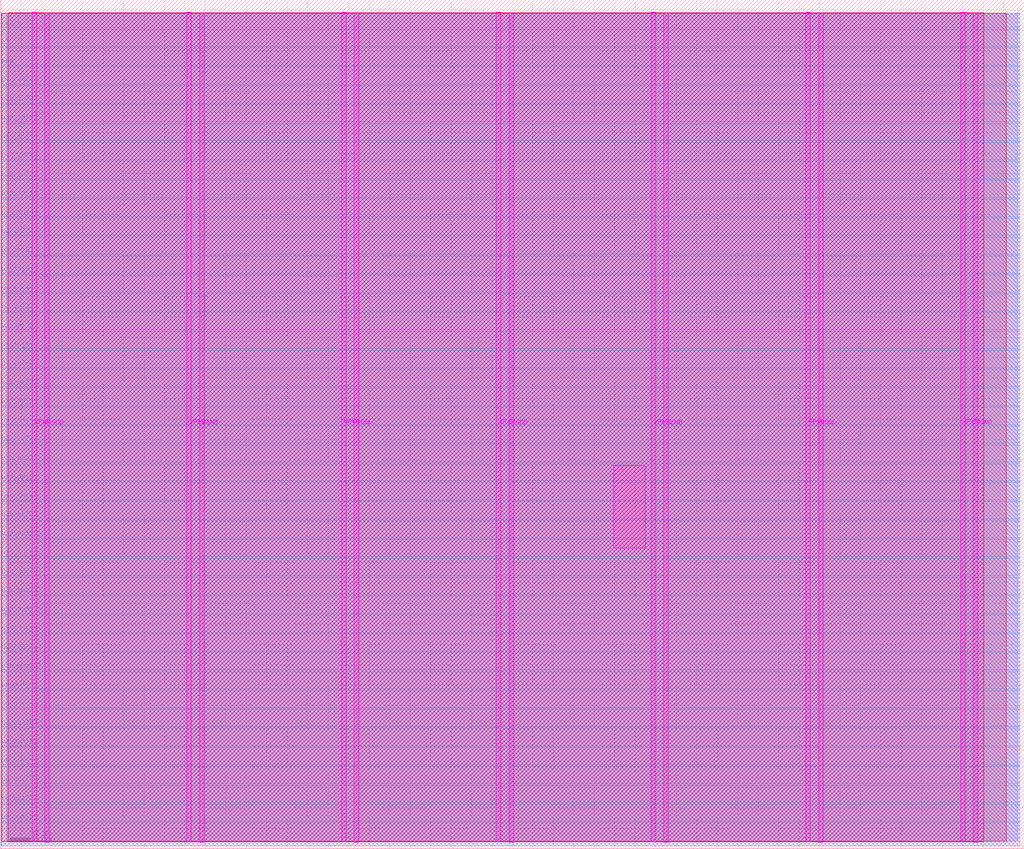
<source format=lef>
VERSION 5.7 ;
  NOWIREEXTENSIONATPIN ON ;
  DIVIDERCHAR "/" ;
  BUSBITCHARS "[]" ;
MACRO heichips25_fazyrv_exotiny
  CLASS BLOCK ;
  FOREIGN heichips25_fazyrv_exotiny ;
  ORIGIN 0.000 0.000 ;
  SIZE 500.000 BY 415.000 ;
  PIN VGND
    DIRECTION INOUT ;
    USE GROUND ;
    PORT
      LAYER TopMetal1 ;
        RECT 21.580 3.150 23.780 408.460 ;
    END
    PORT
      LAYER TopMetal1 ;
        RECT 97.180 3.150 99.380 408.460 ;
    END
    PORT
      LAYER TopMetal1 ;
        RECT 172.780 3.150 174.980 408.460 ;
    END
    PORT
      LAYER TopMetal1 ;
        RECT 248.380 3.150 250.580 408.460 ;
    END
    PORT
      LAYER TopMetal1 ;
        RECT 323.980 3.150 326.180 408.460 ;
    END
    PORT
      LAYER TopMetal1 ;
        RECT 399.580 3.150 401.780 408.460 ;
    END
    PORT
      LAYER TopMetal1 ;
        RECT 475.180 3.150 477.380 408.460 ;
    END
  END VGND
  PIN VPWR
    DIRECTION INOUT ;
    USE POWER ;
    PORT
      LAYER TopMetal1 ;
        RECT 15.380 3.560 17.580 408.870 ;
    END
    PORT
      LAYER TopMetal1 ;
        RECT 90.980 3.560 93.180 408.870 ;
    END
    PORT
      LAYER TopMetal1 ;
        RECT 166.580 3.560 168.780 408.870 ;
    END
    PORT
      LAYER TopMetal1 ;
        RECT 242.180 3.560 244.380 408.870 ;
    END
    PORT
      LAYER TopMetal1 ;
        RECT 317.780 3.560 319.980 408.870 ;
    END
    PORT
      LAYER TopMetal1 ;
        RECT 393.380 3.560 395.580 408.870 ;
    END
    PORT
      LAYER TopMetal1 ;
        RECT 468.980 3.560 471.180 408.870 ;
    END
  END VPWR
  PIN clk
    DIRECTION INPUT ;
    USE SIGNAL ;
    ANTENNAGATEAREA 1.450800 ;
    PORT
      LAYER Metal3 ;
        RECT 0.000 391.660 0.400 392.060 ;
    END
  END clk
  PIN ena
    DIRECTION INPUT ;
    USE SIGNAL ;
    PORT
      LAYER Metal3 ;
        RECT 0.000 382.420 0.400 382.820 ;
    END
  END ena
  PIN rst_n
    DIRECTION INPUT ;
    USE SIGNAL ;
    ANTENNAGATEAREA 0.180700 ;
    PORT
      LAYER Metal3 ;
        RECT 0.000 400.900 0.400 401.300 ;
    END
  END rst_n
  PIN ui_in[0]
    DIRECTION INPUT ;
    USE SIGNAL ;
    ANTENNAGATEAREA 0.180700 ;
    PORT
      LAYER Metal3 ;
        RECT 0.000 234.580 0.400 234.980 ;
    END
  END ui_in[0]
  PIN ui_in[1]
    DIRECTION INPUT ;
    USE SIGNAL ;
    ANTENNAGATEAREA 0.180700 ;
    PORT
      LAYER Metal3 ;
        RECT 0.000 243.820 0.400 244.220 ;
    END
  END ui_in[1]
  PIN ui_in[2]
    DIRECTION INPUT ;
    USE SIGNAL ;
    ANTENNAGATEAREA 0.180700 ;
    PORT
      LAYER Metal3 ;
        RECT 0.000 253.060 0.400 253.460 ;
    END
  END ui_in[2]
  PIN ui_in[3]
    DIRECTION INPUT ;
    USE SIGNAL ;
    ANTENNAGATEAREA 0.213200 ;
    PORT
      LAYER Metal3 ;
        RECT 0.000 262.300 0.400 262.700 ;
    END
  END ui_in[3]
  PIN ui_in[4]
    DIRECTION INPUT ;
    USE SIGNAL ;
    ANTENNAGATEAREA 0.180700 ;
    PORT
      LAYER Metal3 ;
        RECT 0.000 271.540 0.400 271.940 ;
    END
  END ui_in[4]
  PIN ui_in[5]
    DIRECTION INPUT ;
    USE SIGNAL ;
    ANTENNAGATEAREA 0.180700 ;
    PORT
      LAYER Metal3 ;
        RECT 0.000 280.780 0.400 281.180 ;
    END
  END ui_in[5]
  PIN ui_in[6]
    DIRECTION INPUT ;
    USE SIGNAL ;
    ANTENNAGATEAREA 0.180700 ;
    PORT
      LAYER Metal3 ;
        RECT 0.000 290.020 0.400 290.420 ;
    END
  END ui_in[6]
  PIN ui_in[7]
    DIRECTION INPUT ;
    USE SIGNAL ;
    ANTENNAGATEAREA 0.180700 ;
    PORT
      LAYER Metal3 ;
        RECT 0.000 299.260 0.400 299.660 ;
    END
  END ui_in[7]
  PIN uio_in[0]
    DIRECTION INPUT ;
    USE SIGNAL ;
    ANTENNAGATEAREA 0.213200 ;
    PORT
      LAYER Metal3 ;
        RECT 0.000 308.500 0.400 308.900 ;
    END
  END uio_in[0]
  PIN uio_in[1]
    DIRECTION INPUT ;
    USE SIGNAL ;
    ANTENNAGATEAREA 0.213200 ;
    PORT
      LAYER Metal3 ;
        RECT 0.000 317.740 0.400 318.140 ;
    END
  END uio_in[1]
  PIN uio_in[2]
    DIRECTION INPUT ;
    USE SIGNAL ;
    ANTENNAGATEAREA 0.213200 ;
    PORT
      LAYER Metal3 ;
        RECT 0.000 326.980 0.400 327.380 ;
    END
  END uio_in[2]
  PIN uio_in[3]
    DIRECTION INPUT ;
    USE SIGNAL ;
    ANTENNAGATEAREA 0.213200 ;
    PORT
      LAYER Metal3 ;
        RECT 0.000 336.220 0.400 336.620 ;
    END
  END uio_in[3]
  PIN uio_in[4]
    DIRECTION INPUT ;
    USE SIGNAL ;
    ANTENNAGATEAREA 0.213200 ;
    PORT
      LAYER Metal3 ;
        RECT 0.000 345.460 0.400 345.860 ;
    END
  END uio_in[4]
  PIN uio_in[5]
    DIRECTION INPUT ;
    USE SIGNAL ;
    ANTENNAGATEAREA 0.180700 ;
    PORT
      LAYER Metal3 ;
        RECT 0.000 354.700 0.400 355.100 ;
    END
  END uio_in[5]
  PIN uio_in[6]
    DIRECTION INPUT ;
    USE SIGNAL ;
    ANTENNAGATEAREA 0.213200 ;
    PORT
      LAYER Metal3 ;
        RECT 0.000 363.940 0.400 364.340 ;
    END
  END uio_in[6]
  PIN uio_in[7]
    DIRECTION INPUT ;
    USE SIGNAL ;
    ANTENNAGATEAREA 0.213200 ;
    PORT
      LAYER Metal3 ;
        RECT 0.000 373.180 0.400 373.580 ;
    END
  END uio_in[7]
  PIN uio_oe[0]
    DIRECTION OUTPUT ;
    USE SIGNAL ;
    ANTENNADIFFAREA 0.708600 ;
    PORT
      LAYER Metal3 ;
        RECT 0.000 160.660 0.400 161.060 ;
    END
  END uio_oe[0]
  PIN uio_oe[1]
    DIRECTION OUTPUT ;
    USE SIGNAL ;
    ANTENNADIFFAREA 0.708600 ;
    PORT
      LAYER Metal3 ;
        RECT 0.000 169.900 0.400 170.300 ;
    END
  END uio_oe[1]
  PIN uio_oe[2]
    DIRECTION OUTPUT ;
    USE SIGNAL ;
    ANTENNADIFFAREA 0.708600 ;
    PORT
      LAYER Metal3 ;
        RECT 0.000 179.140 0.400 179.540 ;
    END
  END uio_oe[2]
  PIN uio_oe[3]
    DIRECTION OUTPUT ;
    USE SIGNAL ;
    ANTENNADIFFAREA 0.708600 ;
    PORT
      LAYER Metal3 ;
        RECT 0.000 188.380 0.400 188.780 ;
    END
  END uio_oe[3]
  PIN uio_oe[4]
    DIRECTION OUTPUT ;
    USE SIGNAL ;
    ANTENNADIFFAREA 0.708600 ;
    PORT
      LAYER Metal3 ;
        RECT 0.000 197.620 0.400 198.020 ;
    END
  END uio_oe[4]
  PIN uio_oe[5]
    DIRECTION OUTPUT ;
    USE SIGNAL ;
    ANTENNADIFFAREA 0.708600 ;
    PORT
      LAYER Metal3 ;
        RECT 0.000 206.860 0.400 207.260 ;
    END
  END uio_oe[5]
  PIN uio_oe[6]
    DIRECTION OUTPUT ;
    USE SIGNAL ;
    ANTENNADIFFAREA 0.708600 ;
    PORT
      LAYER Metal3 ;
        RECT 0.000 216.100 0.400 216.500 ;
    END
  END uio_oe[6]
  PIN uio_oe[7]
    DIRECTION OUTPUT ;
    USE SIGNAL ;
    ANTENNADIFFAREA 0.708600 ;
    PORT
      LAYER Metal3 ;
        RECT 0.000 225.340 0.400 225.740 ;
    END
  END uio_oe[7]
  PIN uio_out[0]
    DIRECTION OUTPUT ;
    USE SIGNAL ;
    ANTENNADIFFAREA 0.708600 ;
    PORT
      LAYER Metal3 ;
        RECT 0.000 86.740 0.400 87.140 ;
    END
  END uio_out[0]
  PIN uio_out[1]
    DIRECTION OUTPUT ;
    USE SIGNAL ;
    ANTENNADIFFAREA 0.708600 ;
    PORT
      LAYER Metal3 ;
        RECT 0.000 95.980 0.400 96.380 ;
    END
  END uio_out[1]
  PIN uio_out[2]
    DIRECTION OUTPUT ;
    USE SIGNAL ;
    ANTENNADIFFAREA 0.708600 ;
    PORT
      LAYER Metal3 ;
        RECT 0.000 105.220 0.400 105.620 ;
    END
  END uio_out[2]
  PIN uio_out[3]
    DIRECTION OUTPUT ;
    USE SIGNAL ;
    ANTENNADIFFAREA 0.708600 ;
    PORT
      LAYER Metal3 ;
        RECT 0.000 114.460 0.400 114.860 ;
    END
  END uio_out[3]
  PIN uio_out[4]
    DIRECTION OUTPUT ;
    USE SIGNAL ;
    ANTENNADIFFAREA 0.708600 ;
    PORT
      LAYER Metal3 ;
        RECT 0.000 123.700 0.400 124.100 ;
    END
  END uio_out[4]
  PIN uio_out[5]
    DIRECTION OUTPUT ;
    USE SIGNAL ;
    ANTENNADIFFAREA 0.708600 ;
    PORT
      LAYER Metal3 ;
        RECT 0.000 132.940 0.400 133.340 ;
    END
  END uio_out[5]
  PIN uio_out[6]
    DIRECTION OUTPUT ;
    USE SIGNAL ;
    ANTENNADIFFAREA 0.708600 ;
    PORT
      LAYER Metal3 ;
        RECT 0.000 142.180 0.400 142.580 ;
    END
  END uio_out[6]
  PIN uio_out[7]
    DIRECTION OUTPUT ;
    USE SIGNAL ;
    ANTENNADIFFAREA 0.708600 ;
    PORT
      LAYER Metal3 ;
        RECT 0.000 151.420 0.400 151.820 ;
    END
  END uio_out[7]
  PIN uo_out[0]
    DIRECTION OUTPUT ;
    USE SIGNAL ;
    ANTENNADIFFAREA 0.708600 ;
    PORT
      LAYER Metal3 ;
        RECT 0.000 12.820 0.400 13.220 ;
    END
  END uo_out[0]
  PIN uo_out[1]
    DIRECTION OUTPUT ;
    USE SIGNAL ;
    ANTENNADIFFAREA 0.708600 ;
    PORT
      LAYER Metal3 ;
        RECT 0.000 22.060 0.400 22.460 ;
    END
  END uo_out[1]
  PIN uo_out[2]
    DIRECTION OUTPUT ;
    USE SIGNAL ;
    ANTENNADIFFAREA 0.708600 ;
    PORT
      LAYER Metal3 ;
        RECT 0.000 31.300 0.400 31.700 ;
    END
  END uo_out[2]
  PIN uo_out[3]
    DIRECTION OUTPUT ;
    USE SIGNAL ;
    ANTENNADIFFAREA 0.708600 ;
    PORT
      LAYER Metal3 ;
        RECT 0.000 40.540 0.400 40.940 ;
    END
  END uo_out[3]
  PIN uo_out[4]
    DIRECTION OUTPUT ;
    USE SIGNAL ;
    ANTENNADIFFAREA 0.708600 ;
    PORT
      LAYER Metal3 ;
        RECT 0.000 49.780 0.400 50.180 ;
    END
  END uo_out[4]
  PIN uo_out[5]
    DIRECTION OUTPUT ;
    USE SIGNAL ;
    ANTENNADIFFAREA 0.708600 ;
    PORT
      LAYER Metal3 ;
        RECT 0.000 59.020 0.400 59.420 ;
    END
  END uo_out[5]
  PIN uo_out[6]
    DIRECTION OUTPUT ;
    USE SIGNAL ;
    ANTENNADIFFAREA 0.708600 ;
    PORT
      LAYER Metal3 ;
        RECT 0.000 68.260 0.400 68.660 ;
    END
  END uo_out[6]
  PIN uo_out[7]
    DIRECTION OUTPUT ;
    USE SIGNAL ;
    ANTENNADIFFAREA 0.708600 ;
    PORT
      LAYER Metal3 ;
        RECT 0.000 77.500 0.400 77.900 ;
    END
  END uo_out[7]
  OBS
      LAYER GatPoly ;
        RECT 2.880 3.630 496.800 408.390 ;
      LAYER Metal1 ;
        RECT 2.880 3.560 496.800 408.460 ;
      LAYER Metal2 ;
        RECT 0.375 1.535 497.865 408.385 ;
      LAYER Metal3 ;
        RECT 0.335 401.510 497.905 408.340 ;
        RECT 0.610 400.690 497.905 401.510 ;
        RECT 0.335 392.270 497.905 400.690 ;
        RECT 0.610 391.450 497.905 392.270 ;
        RECT 0.335 383.030 497.905 391.450 ;
        RECT 0.610 382.210 497.905 383.030 ;
        RECT 0.335 373.790 497.905 382.210 ;
        RECT 0.610 372.970 497.905 373.790 ;
        RECT 0.335 364.550 497.905 372.970 ;
        RECT 0.610 363.730 497.905 364.550 ;
        RECT 0.335 355.310 497.905 363.730 ;
        RECT 0.610 354.490 497.905 355.310 ;
        RECT 0.335 346.070 497.905 354.490 ;
        RECT 0.610 345.250 497.905 346.070 ;
        RECT 0.335 336.830 497.905 345.250 ;
        RECT 0.610 336.010 497.905 336.830 ;
        RECT 0.335 327.590 497.905 336.010 ;
        RECT 0.610 326.770 497.905 327.590 ;
        RECT 0.335 318.350 497.905 326.770 ;
        RECT 0.610 317.530 497.905 318.350 ;
        RECT 0.335 309.110 497.905 317.530 ;
        RECT 0.610 308.290 497.905 309.110 ;
        RECT 0.335 299.870 497.905 308.290 ;
        RECT 0.610 299.050 497.905 299.870 ;
        RECT 0.335 290.630 497.905 299.050 ;
        RECT 0.610 289.810 497.905 290.630 ;
        RECT 0.335 281.390 497.905 289.810 ;
        RECT 0.610 280.570 497.905 281.390 ;
        RECT 0.335 272.150 497.905 280.570 ;
        RECT 0.610 271.330 497.905 272.150 ;
        RECT 0.335 262.910 497.905 271.330 ;
        RECT 0.610 262.090 497.905 262.910 ;
        RECT 0.335 253.670 497.905 262.090 ;
        RECT 0.610 252.850 497.905 253.670 ;
        RECT 0.335 244.430 497.905 252.850 ;
        RECT 0.610 243.610 497.905 244.430 ;
        RECT 0.335 235.190 497.905 243.610 ;
        RECT 0.610 234.370 497.905 235.190 ;
        RECT 0.335 225.950 497.905 234.370 ;
        RECT 0.610 225.130 497.905 225.950 ;
        RECT 0.335 216.710 497.905 225.130 ;
        RECT 0.610 215.890 497.905 216.710 ;
        RECT 0.335 207.470 497.905 215.890 ;
        RECT 0.610 206.650 497.905 207.470 ;
        RECT 0.335 198.230 497.905 206.650 ;
        RECT 0.610 197.410 497.905 198.230 ;
        RECT 0.335 188.990 497.905 197.410 ;
        RECT 0.610 188.170 497.905 188.990 ;
        RECT 0.335 179.750 497.905 188.170 ;
        RECT 0.610 178.930 497.905 179.750 ;
        RECT 0.335 170.510 497.905 178.930 ;
        RECT 0.610 169.690 497.905 170.510 ;
        RECT 0.335 161.270 497.905 169.690 ;
        RECT 0.610 160.450 497.905 161.270 ;
        RECT 0.335 152.030 497.905 160.450 ;
        RECT 0.610 151.210 497.905 152.030 ;
        RECT 0.335 142.790 497.905 151.210 ;
        RECT 0.610 141.970 497.905 142.790 ;
        RECT 0.335 133.550 497.905 141.970 ;
        RECT 0.610 132.730 497.905 133.550 ;
        RECT 0.335 124.310 497.905 132.730 ;
        RECT 0.610 123.490 497.905 124.310 ;
        RECT 0.335 115.070 497.905 123.490 ;
        RECT 0.610 114.250 497.905 115.070 ;
        RECT 0.335 105.830 497.905 114.250 ;
        RECT 0.610 105.010 497.905 105.830 ;
        RECT 0.335 96.590 497.905 105.010 ;
        RECT 0.610 95.770 497.905 96.590 ;
        RECT 0.335 87.350 497.905 95.770 ;
        RECT 0.610 86.530 497.905 87.350 ;
        RECT 0.335 78.110 497.905 86.530 ;
        RECT 0.610 77.290 497.905 78.110 ;
        RECT 0.335 68.870 497.905 77.290 ;
        RECT 0.610 68.050 497.905 68.870 ;
        RECT 0.335 59.630 497.905 68.050 ;
        RECT 0.610 58.810 497.905 59.630 ;
        RECT 0.335 50.390 497.905 58.810 ;
        RECT 0.610 49.570 497.905 50.390 ;
        RECT 0.335 41.150 497.905 49.570 ;
        RECT 0.610 40.330 497.905 41.150 ;
        RECT 0.335 31.910 497.905 40.330 ;
        RECT 0.610 31.090 497.905 31.910 ;
        RECT 0.335 22.670 497.905 31.090 ;
        RECT 0.610 21.850 497.905 22.670 ;
        RECT 0.335 13.430 497.905 21.850 ;
        RECT 0.610 12.610 497.905 13.430 ;
        RECT 0.335 1.580 497.905 12.610 ;
      LAYER Metal4 ;
        RECT 0.380 3.635 491.140 408.385 ;
      LAYER Metal5 ;
        RECT 3.695 3.470 480.145 408.550 ;
      LAYER TopMetal1 ;
        RECT 299.500 147.020 314.820 187.300 ;
  END
END heichips25_fazyrv_exotiny
END LIBRARY


</source>
